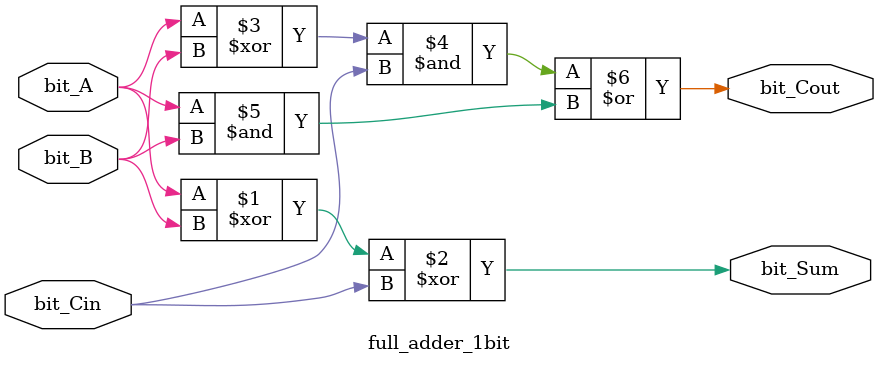
<source format=v>
module full_adder_1bit (bit_A, bit_B, bit_Cin, bit_Sum, bit_Cout );
input bit_A, bit_B;
input bit_Cin;
output bit_Sum;
output bit_Cout;
assign bit_Sum = bit_A ^ bit_B ^ bit_Cin;
assign bit_Cout = ((bit_A ^ bit_B) & bit_Cin) | (bit_A & bit_B);
endmodule

</source>
